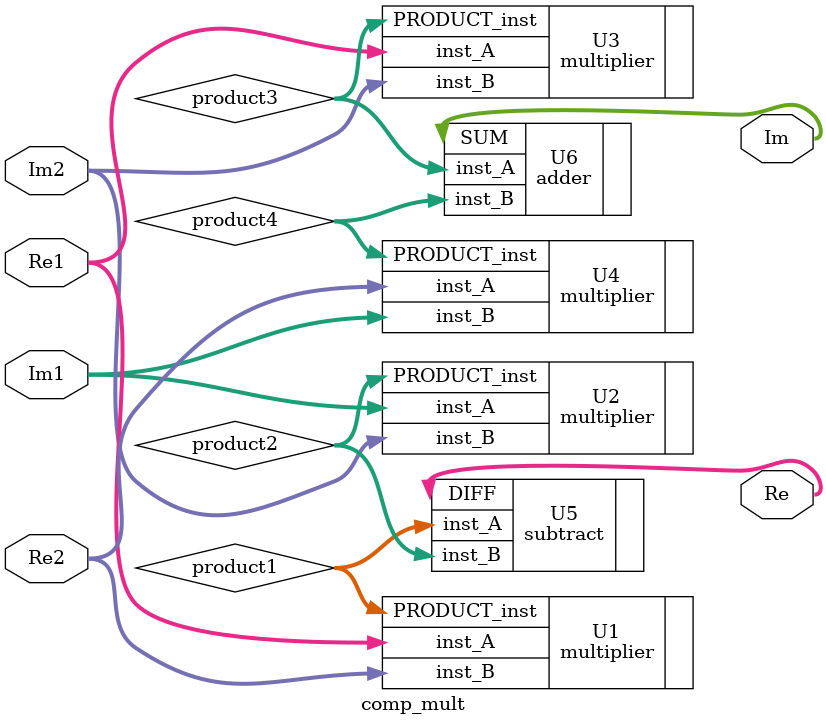
<source format=v>


// The result of translation follows.  Its copyright status should be
// considered unchanged from the original VHDL.

//Since both the real and imaginary values       have the same number of  fractio nal bits, 
//  there is no need to   truncate. 
// no timescale needed

module comp_mult(
Re1,
Im1,
Re2,
Im2,
Re,
Im
);

parameter [31:0] inst_width1=14;
parameter [31:0] inst_width2=14;
input [inst_width1 - 1:0] Re1;
input [inst_width1 - 1:0] Im1;
input [inst_width2 - 1:0] Re2;
input [inst_width2 - 1:0] Im2;
output [inst_width1 + inst_width2:0] Re;
output [inst_width1 + inst_width2:0] Im;

wire [inst_width1 - 1:0] Re1;
wire [inst_width1 - 1:0] Im1;
wire [inst_width2 - 1:0] Re2;
wire [inst_width2 - 1:0] Im2;
wire [inst_width1 + inst_width2:0] Re;
wire [inst_width1 + inst_width2:0] Im;


//multiplier outputs 
wire [inst_width1 + inst_width2 - 1:0] product1;  //re1*re2 
wire [inst_width1 + inst_width2 - 1:0] product2;  //i m1*im2 
wire [inst_width1 + inst_width2 - 1:0] product3;
wire [inst_width1 + inst_width2 - 1:0] product4;

  multiplier #(
      .inst_width1(inst_width1),
    .inst_width2(inst_width2))
  U1(
      .inst_A(Re1),
    .inst_B(Re2),
    .PRODUCT_inst(product1));

  multiplier #(
      .inst_width1(inst_width1),
    .inst_width2(inst_width2))
  U2(
      .inst_A(Im1),
    .inst_B(Im2),
    .PRODUCT_inst(product2));

  multiplier #(
      .inst_width1(inst_width1),
    .inst_width2(inst_width2))
  U3(
      .inst_A(Re1),
    .inst_B(Im2),
    .PRODUCT_inst(product3));

  multiplier #(
      .inst_width1(inst_width2),
    .inst_width2(inst_width1))
  U4(
      .inst_A(Re2),
    .inst_B(Im1),
    .PRODUCT_inst(product4));

  subtract #(
      .inst_width(inst_width1 + inst_width2))
  U5(
      .inst_A(product1),
    .inst_B(product2),
    .DIFF(Re));

  adder #(
      .inst_width(inst_width1 + inst_width2))
  U6(
      .inst_A(product3),
    .inst_B(product4),
    .SUM(Im));


endmodule

</source>
